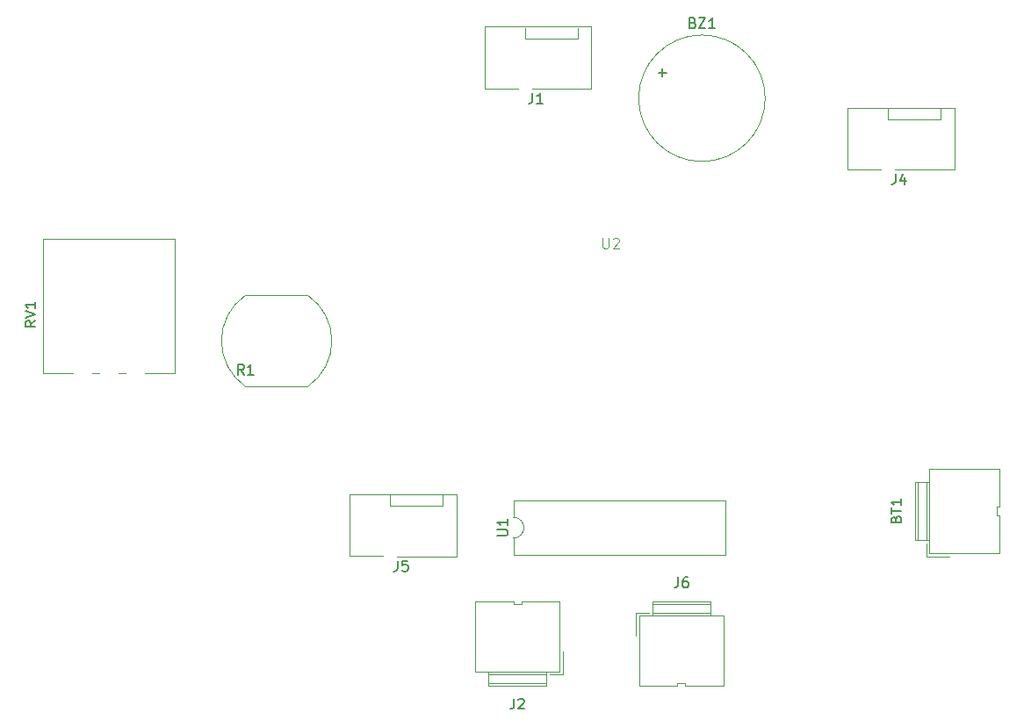
<source format=gbr>
%TF.GenerationSoftware,KiCad,Pcbnew,9.0.6*%
%TF.CreationDate,2025-12-20T14:01:59+05:30*%
%TF.ProjectId,lion_circuits_temp,6c696f6e-5f63-4697-9263-756974735f74,V 1.0*%
%TF.SameCoordinates,Original*%
%TF.FileFunction,Legend,Top*%
%TF.FilePolarity,Positive*%
%FSLAX46Y46*%
G04 Gerber Fmt 4.6, Leading zero omitted, Abs format (unit mm)*
G04 Created by KiCad (PCBNEW 9.0.6) date 2025-12-20 14:01:59*
%MOMM*%
%LPD*%
G01*
G04 APERTURE LIST*
%ADD10C,0.100000*%
%ADD11C,0.150000*%
%ADD12C,0.120000*%
G04 APERTURE END LIST*
D10*
X147633095Y-62982419D02*
X147633095Y-63791942D01*
X147633095Y-63791942D02*
X147680714Y-63887180D01*
X147680714Y-63887180D02*
X147728333Y-63934800D01*
X147728333Y-63934800D02*
X147823571Y-63982419D01*
X147823571Y-63982419D02*
X148014047Y-63982419D01*
X148014047Y-63982419D02*
X148109285Y-63934800D01*
X148109285Y-63934800D02*
X148156904Y-63887180D01*
X148156904Y-63887180D02*
X148204523Y-63791942D01*
X148204523Y-63791942D02*
X148204523Y-62982419D01*
X148633095Y-63077657D02*
X148680714Y-63030038D01*
X148680714Y-63030038D02*
X148775952Y-62982419D01*
X148775952Y-62982419D02*
X149014047Y-62982419D01*
X149014047Y-62982419D02*
X149109285Y-63030038D01*
X149109285Y-63030038D02*
X149156904Y-63077657D01*
X149156904Y-63077657D02*
X149204523Y-63172895D01*
X149204523Y-63172895D02*
X149204523Y-63268133D01*
X149204523Y-63268133D02*
X149156904Y-63410990D01*
X149156904Y-63410990D02*
X148585476Y-63982419D01*
X148585476Y-63982419D02*
X149204523Y-63982419D01*
D11*
X154896666Y-95674819D02*
X154896666Y-96389104D01*
X154896666Y-96389104D02*
X154849047Y-96531961D01*
X154849047Y-96531961D02*
X154753809Y-96627200D01*
X154753809Y-96627200D02*
X154610952Y-96674819D01*
X154610952Y-96674819D02*
X154515714Y-96674819D01*
X155801428Y-95674819D02*
X155610952Y-95674819D01*
X155610952Y-95674819D02*
X155515714Y-95722438D01*
X155515714Y-95722438D02*
X155468095Y-95770057D01*
X155468095Y-95770057D02*
X155372857Y-95912914D01*
X155372857Y-95912914D02*
X155325238Y-96103390D01*
X155325238Y-96103390D02*
X155325238Y-96484342D01*
X155325238Y-96484342D02*
X155372857Y-96579580D01*
X155372857Y-96579580D02*
X155420476Y-96627200D01*
X155420476Y-96627200D02*
X155515714Y-96674819D01*
X155515714Y-96674819D02*
X155706190Y-96674819D01*
X155706190Y-96674819D02*
X155801428Y-96627200D01*
X155801428Y-96627200D02*
X155849047Y-96579580D01*
X155849047Y-96579580D02*
X155896666Y-96484342D01*
X155896666Y-96484342D02*
X155896666Y-96246247D01*
X155896666Y-96246247D02*
X155849047Y-96151009D01*
X155849047Y-96151009D02*
X155801428Y-96103390D01*
X155801428Y-96103390D02*
X155706190Y-96055771D01*
X155706190Y-96055771D02*
X155515714Y-96055771D01*
X155515714Y-96055771D02*
X155420476Y-96103390D01*
X155420476Y-96103390D02*
X155372857Y-96151009D01*
X155372857Y-96151009D02*
X155325238Y-96246247D01*
X156319047Y-42231009D02*
X156461904Y-42278628D01*
X156461904Y-42278628D02*
X156509523Y-42326247D01*
X156509523Y-42326247D02*
X156557142Y-42421485D01*
X156557142Y-42421485D02*
X156557142Y-42564342D01*
X156557142Y-42564342D02*
X156509523Y-42659580D01*
X156509523Y-42659580D02*
X156461904Y-42707200D01*
X156461904Y-42707200D02*
X156366666Y-42754819D01*
X156366666Y-42754819D02*
X155985714Y-42754819D01*
X155985714Y-42754819D02*
X155985714Y-41754819D01*
X155985714Y-41754819D02*
X156319047Y-41754819D01*
X156319047Y-41754819D02*
X156414285Y-41802438D01*
X156414285Y-41802438D02*
X156461904Y-41850057D01*
X156461904Y-41850057D02*
X156509523Y-41945295D01*
X156509523Y-41945295D02*
X156509523Y-42040533D01*
X156509523Y-42040533D02*
X156461904Y-42135771D01*
X156461904Y-42135771D02*
X156414285Y-42183390D01*
X156414285Y-42183390D02*
X156319047Y-42231009D01*
X156319047Y-42231009D02*
X155985714Y-42231009D01*
X156890476Y-41754819D02*
X157557142Y-41754819D01*
X157557142Y-41754819D02*
X156890476Y-42754819D01*
X156890476Y-42754819D02*
X157557142Y-42754819D01*
X158461904Y-42754819D02*
X157890476Y-42754819D01*
X158176190Y-42754819D02*
X158176190Y-41754819D01*
X158176190Y-41754819D02*
X158080952Y-41897676D01*
X158080952Y-41897676D02*
X157985714Y-41992914D01*
X157985714Y-41992914D02*
X157890476Y-42040533D01*
X153009048Y-47033866D02*
X153770953Y-47033866D01*
X153390000Y-47414819D02*
X153390000Y-46652914D01*
X92954819Y-70970238D02*
X92478628Y-71303571D01*
X92954819Y-71541666D02*
X91954819Y-71541666D01*
X91954819Y-71541666D02*
X91954819Y-71160714D01*
X91954819Y-71160714D02*
X92002438Y-71065476D01*
X92002438Y-71065476D02*
X92050057Y-71017857D01*
X92050057Y-71017857D02*
X92145295Y-70970238D01*
X92145295Y-70970238D02*
X92288152Y-70970238D01*
X92288152Y-70970238D02*
X92383390Y-71017857D01*
X92383390Y-71017857D02*
X92431009Y-71065476D01*
X92431009Y-71065476D02*
X92478628Y-71160714D01*
X92478628Y-71160714D02*
X92478628Y-71541666D01*
X91954819Y-70684523D02*
X92954819Y-70351190D01*
X92954819Y-70351190D02*
X91954819Y-70017857D01*
X92954819Y-69160714D02*
X92954819Y-69732142D01*
X92954819Y-69446428D02*
X91954819Y-69446428D01*
X91954819Y-69446428D02*
X92097676Y-69541666D01*
X92097676Y-69541666D02*
X92192914Y-69636904D01*
X92192914Y-69636904D02*
X92240533Y-69732142D01*
X175901009Y-90083214D02*
X175948628Y-89940357D01*
X175948628Y-89940357D02*
X175996247Y-89892738D01*
X175996247Y-89892738D02*
X176091485Y-89845119D01*
X176091485Y-89845119D02*
X176234342Y-89845119D01*
X176234342Y-89845119D02*
X176329580Y-89892738D01*
X176329580Y-89892738D02*
X176377200Y-89940357D01*
X176377200Y-89940357D02*
X176424819Y-90035595D01*
X176424819Y-90035595D02*
X176424819Y-90416547D01*
X176424819Y-90416547D02*
X175424819Y-90416547D01*
X175424819Y-90416547D02*
X175424819Y-90083214D01*
X175424819Y-90083214D02*
X175472438Y-89987976D01*
X175472438Y-89987976D02*
X175520057Y-89940357D01*
X175520057Y-89940357D02*
X175615295Y-89892738D01*
X175615295Y-89892738D02*
X175710533Y-89892738D01*
X175710533Y-89892738D02*
X175805771Y-89940357D01*
X175805771Y-89940357D02*
X175853390Y-89987976D01*
X175853390Y-89987976D02*
X175901009Y-90083214D01*
X175901009Y-90083214D02*
X175901009Y-90416547D01*
X175424819Y-89559404D02*
X175424819Y-88987976D01*
X176424819Y-89273690D02*
X175424819Y-89273690D01*
X176424819Y-88130833D02*
X176424819Y-88702261D01*
X176424819Y-88416547D02*
X175424819Y-88416547D01*
X175424819Y-88416547D02*
X175567676Y-88511785D01*
X175567676Y-88511785D02*
X175662914Y-88607023D01*
X175662914Y-88607023D02*
X175710533Y-88702261D01*
X139064166Y-107384819D02*
X139064166Y-108099104D01*
X139064166Y-108099104D02*
X139016547Y-108241961D01*
X139016547Y-108241961D02*
X138921309Y-108337200D01*
X138921309Y-108337200D02*
X138778452Y-108384819D01*
X138778452Y-108384819D02*
X138683214Y-108384819D01*
X139492738Y-107480057D02*
X139540357Y-107432438D01*
X139540357Y-107432438D02*
X139635595Y-107384819D01*
X139635595Y-107384819D02*
X139873690Y-107384819D01*
X139873690Y-107384819D02*
X139968928Y-107432438D01*
X139968928Y-107432438D02*
X140016547Y-107480057D01*
X140016547Y-107480057D02*
X140064166Y-107575295D01*
X140064166Y-107575295D02*
X140064166Y-107670533D01*
X140064166Y-107670533D02*
X140016547Y-107813390D01*
X140016547Y-107813390D02*
X139445119Y-108384819D01*
X139445119Y-108384819D02*
X140064166Y-108384819D01*
X113033333Y-76154819D02*
X112700000Y-75678628D01*
X112461905Y-76154819D02*
X112461905Y-75154819D01*
X112461905Y-75154819D02*
X112842857Y-75154819D01*
X112842857Y-75154819D02*
X112938095Y-75202438D01*
X112938095Y-75202438D02*
X112985714Y-75250057D01*
X112985714Y-75250057D02*
X113033333Y-75345295D01*
X113033333Y-75345295D02*
X113033333Y-75488152D01*
X113033333Y-75488152D02*
X112985714Y-75583390D01*
X112985714Y-75583390D02*
X112938095Y-75631009D01*
X112938095Y-75631009D02*
X112842857Y-75678628D01*
X112842857Y-75678628D02*
X112461905Y-75678628D01*
X113985714Y-76154819D02*
X113414286Y-76154819D01*
X113700000Y-76154819D02*
X113700000Y-75154819D01*
X113700000Y-75154819D02*
X113604762Y-75297676D01*
X113604762Y-75297676D02*
X113509524Y-75392914D01*
X113509524Y-75392914D02*
X113414286Y-75440533D01*
X137484819Y-91671904D02*
X138294342Y-91671904D01*
X138294342Y-91671904D02*
X138389580Y-91624285D01*
X138389580Y-91624285D02*
X138437200Y-91576666D01*
X138437200Y-91576666D02*
X138484819Y-91481428D01*
X138484819Y-91481428D02*
X138484819Y-91290952D01*
X138484819Y-91290952D02*
X138437200Y-91195714D01*
X138437200Y-91195714D02*
X138389580Y-91148095D01*
X138389580Y-91148095D02*
X138294342Y-91100476D01*
X138294342Y-91100476D02*
X137484819Y-91100476D01*
X138484819Y-90100476D02*
X138484819Y-90671904D01*
X138484819Y-90386190D02*
X137484819Y-90386190D01*
X137484819Y-90386190D02*
X137627676Y-90481428D01*
X137627676Y-90481428D02*
X137722914Y-90576666D01*
X137722914Y-90576666D02*
X137770533Y-90671904D01*
X140866666Y-49004819D02*
X140866666Y-49719104D01*
X140866666Y-49719104D02*
X140819047Y-49861961D01*
X140819047Y-49861961D02*
X140723809Y-49957200D01*
X140723809Y-49957200D02*
X140580952Y-50004819D01*
X140580952Y-50004819D02*
X140485714Y-50004819D01*
X141866666Y-50004819D02*
X141295238Y-50004819D01*
X141580952Y-50004819D02*
X141580952Y-49004819D01*
X141580952Y-49004819D02*
X141485714Y-49147676D01*
X141485714Y-49147676D02*
X141390476Y-49242914D01*
X141390476Y-49242914D02*
X141295238Y-49290533D01*
X127866666Y-94104819D02*
X127866666Y-94819104D01*
X127866666Y-94819104D02*
X127819047Y-94961961D01*
X127819047Y-94961961D02*
X127723809Y-95057200D01*
X127723809Y-95057200D02*
X127580952Y-95104819D01*
X127580952Y-95104819D02*
X127485714Y-95104819D01*
X128819047Y-94104819D02*
X128342857Y-94104819D01*
X128342857Y-94104819D02*
X128295238Y-94581009D01*
X128295238Y-94581009D02*
X128342857Y-94533390D01*
X128342857Y-94533390D02*
X128438095Y-94485771D01*
X128438095Y-94485771D02*
X128676190Y-94485771D01*
X128676190Y-94485771D02*
X128771428Y-94533390D01*
X128771428Y-94533390D02*
X128819047Y-94581009D01*
X128819047Y-94581009D02*
X128866666Y-94676247D01*
X128866666Y-94676247D02*
X128866666Y-94914342D01*
X128866666Y-94914342D02*
X128819047Y-95009580D01*
X128819047Y-95009580D02*
X128771428Y-95057200D01*
X128771428Y-95057200D02*
X128676190Y-95104819D01*
X128676190Y-95104819D02*
X128438095Y-95104819D01*
X128438095Y-95104819D02*
X128342857Y-95057200D01*
X128342857Y-95057200D02*
X128295238Y-95009580D01*
X175866666Y-56804819D02*
X175866666Y-57519104D01*
X175866666Y-57519104D02*
X175819047Y-57661961D01*
X175819047Y-57661961D02*
X175723809Y-57757200D01*
X175723809Y-57757200D02*
X175580952Y-57804819D01*
X175580952Y-57804819D02*
X175485714Y-57804819D01*
X176771428Y-57138152D02*
X176771428Y-57804819D01*
X176533333Y-56757200D02*
X176295238Y-57471485D01*
X176295238Y-57471485D02*
X176914285Y-57471485D01*
D12*
%TO.C,J6*%
X150820000Y-99100000D02*
X150820000Y-101300000D01*
X151160000Y-99390000D02*
X151160000Y-101300000D01*
X151160000Y-99390000D02*
X159290000Y-99390000D01*
X151160000Y-101300000D02*
X151160000Y-106130000D01*
X152120000Y-99100000D02*
X150820000Y-99100000D01*
X152430000Y-98000000D02*
X158020000Y-98000000D01*
X152430000Y-98250000D02*
X158020000Y-98250000D01*
X152430000Y-99140000D02*
X158020000Y-99140000D01*
X152430000Y-99390000D02*
X152430000Y-98000000D01*
X154840000Y-105870000D02*
X155610000Y-105870000D01*
X154840000Y-106130000D02*
X151160000Y-106130000D01*
X154840000Y-106130000D02*
X154840000Y-105870000D01*
X155610000Y-105870000D02*
X155610000Y-106130000D01*
X155610000Y-106130000D02*
X159290000Y-106130000D01*
X158020000Y-99390000D02*
X158020000Y-98000000D01*
X159290000Y-99390000D02*
X159290000Y-101300000D01*
X159290000Y-106130000D02*
X159290000Y-101300000D01*
%TO.C,BZ1*%
X163300000Y-49500000D02*
G75*
G02*
X151100000Y-49500000I-6100000J0D01*
G01*
X151100000Y-49500000D02*
G75*
G02*
X163300000Y-49500000I6100000J0D01*
G01*
%TO.C,RV1*%
X93640000Y-63090000D02*
X106360000Y-63090000D01*
X93640000Y-76010000D02*
X93640000Y-63090000D01*
X96529000Y-76010000D02*
X93640000Y-76010000D01*
X99069000Y-76010000D02*
X98391000Y-76010000D01*
X101609000Y-76010000D02*
X100931000Y-76010000D01*
X106360000Y-63090000D02*
X106360000Y-76010000D01*
X106360000Y-76010000D02*
X103471000Y-76010000D01*
%TO.C,BT1*%
X177750000Y-92097500D02*
X177750000Y-86507500D01*
X178000000Y-92097500D02*
X178000000Y-86507500D01*
X178850000Y-92407500D02*
X178850000Y-93707500D01*
X178850000Y-93707500D02*
X181050000Y-93707500D01*
X178890000Y-92097500D02*
X178890000Y-86507500D01*
X179140000Y-85237500D02*
X181050000Y-85237500D01*
X179140000Y-86507500D02*
X177750000Y-86507500D01*
X179140000Y-92097500D02*
X177750000Y-92097500D01*
X179140000Y-93367500D02*
X179140000Y-85237500D01*
X179140000Y-93367500D02*
X181050000Y-93367500D01*
X181050000Y-93367500D02*
X185880000Y-93367500D01*
X185620000Y-88917500D02*
X185880000Y-88917500D01*
X185620000Y-89687500D02*
X185620000Y-88917500D01*
X185880000Y-85237500D02*
X181050000Y-85237500D01*
X185880000Y-88917500D02*
X185880000Y-85237500D01*
X185880000Y-89687500D02*
X185620000Y-89687500D01*
X185880000Y-89687500D02*
X185880000Y-93367500D01*
%TO.C,J2*%
X135337500Y-98020000D02*
X135337500Y-102850000D01*
X135337500Y-104760000D02*
X135337500Y-102850000D01*
X136607500Y-104760000D02*
X136607500Y-106150000D01*
X139017500Y-98020000D02*
X135337500Y-98020000D01*
X139017500Y-98280000D02*
X139017500Y-98020000D01*
X139787500Y-98020000D02*
X139787500Y-98280000D01*
X139787500Y-98020000D02*
X143467500Y-98020000D01*
X139787500Y-98280000D02*
X139017500Y-98280000D01*
X142197500Y-104760000D02*
X142197500Y-106150000D01*
X142197500Y-105010000D02*
X136607500Y-105010000D01*
X142197500Y-105900000D02*
X136607500Y-105900000D01*
X142197500Y-106150000D02*
X136607500Y-106150000D01*
X142507500Y-105050000D02*
X143807500Y-105050000D01*
X143467500Y-102850000D02*
X143467500Y-98020000D01*
X143467500Y-104760000D02*
X135337500Y-104760000D01*
X143467500Y-104760000D02*
X143467500Y-102850000D01*
X143807500Y-105050000D02*
X143807500Y-102850000D01*
%TO.C,R1*%
X119200000Y-68500000D02*
X113200000Y-68500000D01*
X119200000Y-77300000D02*
X113200000Y-77300000D01*
X113200000Y-77300000D02*
G75*
G02*
X113167350Y-68522440I3000000J4400000D01*
G01*
X119200000Y-68500000D02*
G75*
G02*
X119232650Y-77277560I-3000000J-4400000D01*
G01*
%TO.C,U1*%
X139030000Y-88260000D02*
X139030000Y-89910000D01*
X139030000Y-91910000D02*
X139030000Y-93560000D01*
X139030000Y-93560000D02*
X159470000Y-93560000D01*
X159470000Y-88260000D02*
X139030000Y-88260000D01*
X159470000Y-93560000D02*
X159470000Y-88260000D01*
X139030000Y-89910000D02*
G75*
G02*
X139030000Y-91910000I0J-1000000D01*
G01*
%TO.C,J1*%
X136250000Y-42600000D02*
X146550000Y-42600000D01*
X136250000Y-48550000D02*
X136250000Y-42600000D01*
X139450000Y-48550000D02*
X136250000Y-48550000D01*
X140120000Y-43710000D02*
X140120000Y-42700000D01*
X145200000Y-42700000D02*
X145200000Y-43710000D01*
X145200000Y-43710000D02*
X140120000Y-43710000D01*
X146550000Y-42600000D02*
X146550000Y-48600000D01*
X146550000Y-48600000D02*
X140800000Y-48600000D01*
%TO.C,J5*%
X123250000Y-87700000D02*
X133550000Y-87700000D01*
X123250000Y-93650000D02*
X123250000Y-87700000D01*
X126450000Y-93650000D02*
X123250000Y-93650000D01*
X127120000Y-88810000D02*
X127120000Y-87800000D01*
X132200000Y-87800000D02*
X132200000Y-88810000D01*
X132200000Y-88810000D02*
X127120000Y-88810000D01*
X133550000Y-87700000D02*
X133550000Y-93700000D01*
X133550000Y-93700000D02*
X127800000Y-93700000D01*
%TO.C,J4*%
X171250000Y-50400000D02*
X181550000Y-50400000D01*
X171250000Y-56350000D02*
X171250000Y-50400000D01*
X174450000Y-56350000D02*
X171250000Y-56350000D01*
X175120000Y-51510000D02*
X175120000Y-50500000D01*
X180200000Y-50500000D02*
X180200000Y-51510000D01*
X180200000Y-51510000D02*
X175120000Y-51510000D01*
X181550000Y-50400000D02*
X181550000Y-56400000D01*
X181550000Y-56400000D02*
X175800000Y-56400000D01*
%TD*%
M02*

</source>
